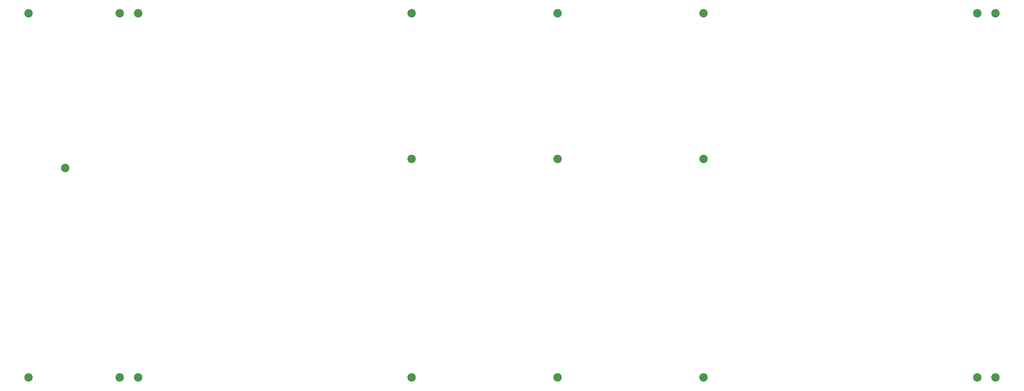
<source format=gbr>
G04 #@! TF.GenerationSoftware,KiCad,Pcbnew,(5.1.9)-1*
G04 #@! TF.CreationDate,2021-06-18T19:29:44-04:00*
G04 #@! TF.ProjectId,bottom,626f7474-6f6d-42e6-9b69-6361645f7063,rev?*
G04 #@! TF.SameCoordinates,Original*
G04 #@! TF.FileFunction,Soldermask,Bot*
G04 #@! TF.FilePolarity,Negative*
%FSLAX46Y46*%
G04 Gerber Fmt 4.6, Leading zero omitted, Abs format (unit mm)*
G04 Created by KiCad (PCBNEW (5.1.9)-1) date 2021-06-18 19:29:44*
%MOMM*%
%LPD*%
G01*
G04 APERTURE LIST*
%ADD10C,2.200000*%
G04 APERTURE END LIST*
D10*
X197647900Y-59532500D03*
X121446300Y-59532500D03*
X159547100Y-59532500D03*
X273849500Y-116683700D03*
X197647900Y-116683700D03*
X273849500Y-21431700D03*
X197647900Y-21431700D03*
X121446300Y-21431700D03*
X121446300Y-116683700D03*
X45244700Y-116683700D03*
X45244700Y-21431700D03*
X30956900Y-61913800D03*
X159547100Y-116683700D03*
X159547100Y-21431700D03*
X269086900Y-21431700D03*
X269086900Y-116683700D03*
X50007300Y-21431700D03*
X50007300Y-116683700D03*
X21431700Y-116683700D03*
X21431700Y-21431700D03*
M02*

</source>
